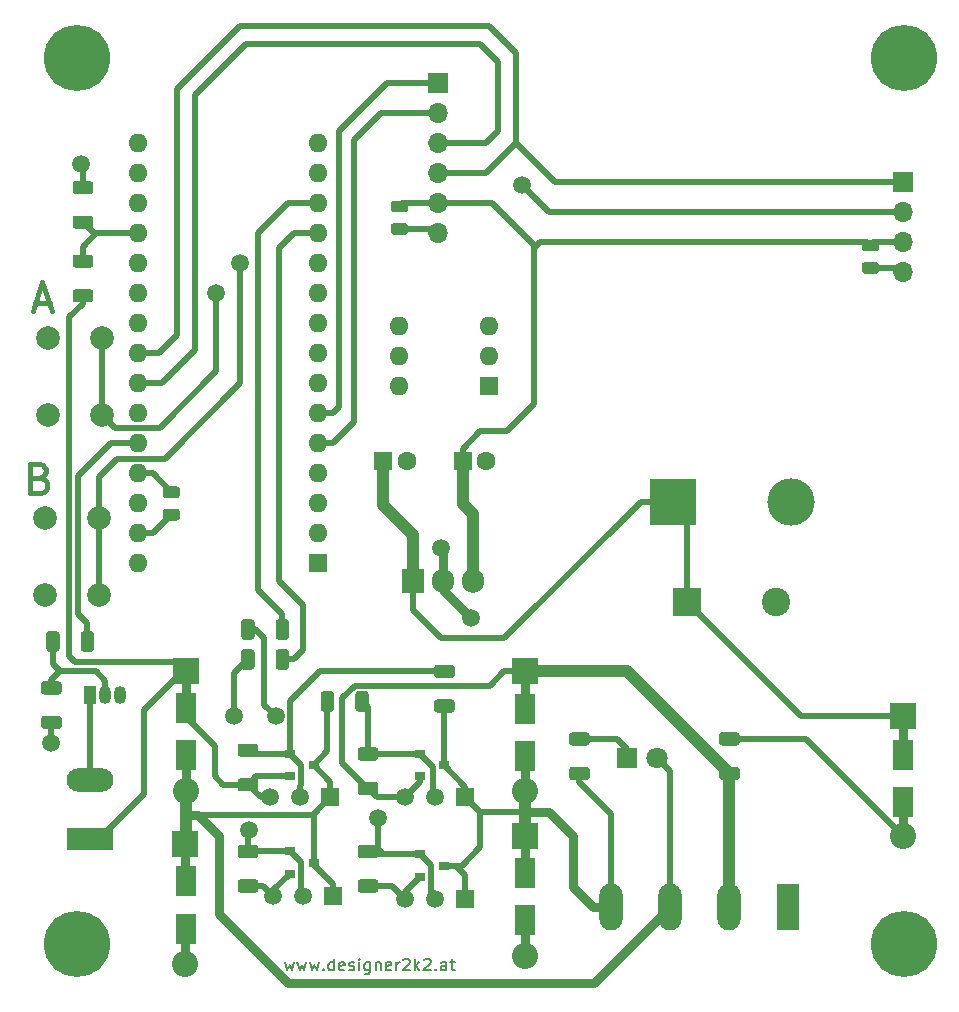
<source format=gbr>
%TF.GenerationSoftware,KiCad,Pcbnew,(5.1.8)-1*%
%TF.CreationDate,2021-07-28T15:43:50+02:00*%
%TF.ProjectId,MotherClock,4d6f7468-6572-4436-9c6f-636b2e6b6963,rev?*%
%TF.SameCoordinates,Original*%
%TF.FileFunction,Copper,L1,Top*%
%TF.FilePolarity,Positive*%
%FSLAX46Y46*%
G04 Gerber Fmt 4.6, Leading zero omitted, Abs format (unit mm)*
G04 Created by KiCad (PCBNEW (5.1.8)-1) date 2021-07-28 15:43:50*
%MOMM*%
%LPD*%
G01*
G04 APERTURE LIST*
%TA.AperFunction,NonConductor*%
%ADD10C,0.400000*%
%TD*%
%TA.AperFunction,NonConductor*%
%ADD11C,0.150000*%
%TD*%
%TA.AperFunction,ComponentPad*%
%ADD12O,3.960000X1.980000*%
%TD*%
%TA.AperFunction,ComponentPad*%
%ADD13R,3.960000X1.980000*%
%TD*%
%TA.AperFunction,ComponentPad*%
%ADD14R,1.050000X1.500000*%
%TD*%
%TA.AperFunction,ComponentPad*%
%ADD15O,1.050000X1.500000*%
%TD*%
%TA.AperFunction,ComponentPad*%
%ADD16R,1.500000X1.500000*%
%TD*%
%TA.AperFunction,ComponentPad*%
%ADD17C,1.500000*%
%TD*%
%TA.AperFunction,ComponentPad*%
%ADD18O,1.700000X1.700000*%
%TD*%
%TA.AperFunction,ComponentPad*%
%ADD19R,1.700000X1.700000*%
%TD*%
%TA.AperFunction,ComponentPad*%
%ADD20C,2.400000*%
%TD*%
%TA.AperFunction,ComponentPad*%
%ADD21R,2.400000X2.400000*%
%TD*%
%TA.AperFunction,ComponentPad*%
%ADD22C,2.000000*%
%TD*%
%TA.AperFunction,ComponentPad*%
%ADD23O,1.600000X1.600000*%
%TD*%
%TA.AperFunction,ComponentPad*%
%ADD24R,1.600000X1.600000*%
%TD*%
%TA.AperFunction,SMDPad,CuDef*%
%ADD25R,1.800000X2.500000*%
%TD*%
%TA.AperFunction,ComponentPad*%
%ADD26C,5.600000*%
%TD*%
%TA.AperFunction,ComponentPad*%
%ADD27O,1.905000X2.000000*%
%TD*%
%TA.AperFunction,ComponentPad*%
%ADD28R,1.905000X2.000000*%
%TD*%
%TA.AperFunction,SMDPad,CuDef*%
%ADD29R,0.900000X0.800000*%
%TD*%
%TA.AperFunction,ComponentPad*%
%ADD30O,1.980000X3.960000*%
%TD*%
%TA.AperFunction,ComponentPad*%
%ADD31R,1.980000X3.960000*%
%TD*%
%TA.AperFunction,ComponentPad*%
%ADD32O,2.200000X2.200000*%
%TD*%
%TA.AperFunction,ComponentPad*%
%ADD33R,2.200000X2.200000*%
%TD*%
%TA.AperFunction,ComponentPad*%
%ADD34C,1.800000*%
%TD*%
%TA.AperFunction,ComponentPad*%
%ADD35R,1.800000X1.800000*%
%TD*%
%TA.AperFunction,ComponentPad*%
%ADD36C,4.000000*%
%TD*%
%TA.AperFunction,ComponentPad*%
%ADD37R,4.000000X4.000000*%
%TD*%
%TA.AperFunction,ComponentPad*%
%ADD38C,1.600000*%
%TD*%
%TA.AperFunction,ViaPad*%
%ADD39C,1.500000*%
%TD*%
%TA.AperFunction,Conductor*%
%ADD40C,0.500000*%
%TD*%
%TA.AperFunction,Conductor*%
%ADD41C,0.750000*%
%TD*%
%TA.AperFunction,Conductor*%
%ADD42C,1.000000*%
%TD*%
G04 APERTURE END LIST*
D10*
X116878571Y-105521428D02*
X117235714Y-105640476D01*
X117354761Y-105759523D01*
X117473809Y-105997619D01*
X117473809Y-106354761D01*
X117354761Y-106592857D01*
X117235714Y-106711904D01*
X116997619Y-106830952D01*
X116045238Y-106830952D01*
X116045238Y-104330952D01*
X116878571Y-104330952D01*
X117116666Y-104450000D01*
X117235714Y-104569047D01*
X117354761Y-104807142D01*
X117354761Y-105045238D01*
X117235714Y-105283333D01*
X117116666Y-105402380D01*
X116878571Y-105521428D01*
X116045238Y-105521428D01*
X116504761Y-90716666D02*
X117695238Y-90716666D01*
X116266666Y-91430952D02*
X117100000Y-88930952D01*
X117933333Y-91430952D01*
D11*
X137633333Y-146560714D02*
X137823809Y-147227380D01*
X138014285Y-146751190D01*
X138204761Y-147227380D01*
X138395238Y-146560714D01*
X138680952Y-146560714D02*
X138871428Y-147227380D01*
X139061904Y-146751190D01*
X139252380Y-147227380D01*
X139442857Y-146560714D01*
X139728571Y-146560714D02*
X139919047Y-147227380D01*
X140109523Y-146751190D01*
X140300000Y-147227380D01*
X140490476Y-146560714D01*
X140871428Y-147132142D02*
X140919047Y-147179761D01*
X140871428Y-147227380D01*
X140823809Y-147179761D01*
X140871428Y-147132142D01*
X140871428Y-147227380D01*
X141776190Y-147227380D02*
X141776190Y-146227380D01*
X141776190Y-147179761D02*
X141680952Y-147227380D01*
X141490476Y-147227380D01*
X141395238Y-147179761D01*
X141347619Y-147132142D01*
X141300000Y-147036904D01*
X141300000Y-146751190D01*
X141347619Y-146655952D01*
X141395238Y-146608333D01*
X141490476Y-146560714D01*
X141680952Y-146560714D01*
X141776190Y-146608333D01*
X142633333Y-147179761D02*
X142538095Y-147227380D01*
X142347619Y-147227380D01*
X142252380Y-147179761D01*
X142204761Y-147084523D01*
X142204761Y-146703571D01*
X142252380Y-146608333D01*
X142347619Y-146560714D01*
X142538095Y-146560714D01*
X142633333Y-146608333D01*
X142680952Y-146703571D01*
X142680952Y-146798809D01*
X142204761Y-146894047D01*
X143061904Y-147179761D02*
X143157142Y-147227380D01*
X143347619Y-147227380D01*
X143442857Y-147179761D01*
X143490476Y-147084523D01*
X143490476Y-147036904D01*
X143442857Y-146941666D01*
X143347619Y-146894047D01*
X143204761Y-146894047D01*
X143109523Y-146846428D01*
X143061904Y-146751190D01*
X143061904Y-146703571D01*
X143109523Y-146608333D01*
X143204761Y-146560714D01*
X143347619Y-146560714D01*
X143442857Y-146608333D01*
X143919047Y-147227380D02*
X143919047Y-146560714D01*
X143919047Y-146227380D02*
X143871428Y-146275000D01*
X143919047Y-146322619D01*
X143966666Y-146275000D01*
X143919047Y-146227380D01*
X143919047Y-146322619D01*
X144823809Y-146560714D02*
X144823809Y-147370238D01*
X144776190Y-147465476D01*
X144728571Y-147513095D01*
X144633333Y-147560714D01*
X144490476Y-147560714D01*
X144395238Y-147513095D01*
X144823809Y-147179761D02*
X144728571Y-147227380D01*
X144538095Y-147227380D01*
X144442857Y-147179761D01*
X144395238Y-147132142D01*
X144347619Y-147036904D01*
X144347619Y-146751190D01*
X144395238Y-146655952D01*
X144442857Y-146608333D01*
X144538095Y-146560714D01*
X144728571Y-146560714D01*
X144823809Y-146608333D01*
X145300000Y-146560714D02*
X145300000Y-147227380D01*
X145300000Y-146655952D02*
X145347619Y-146608333D01*
X145442857Y-146560714D01*
X145585714Y-146560714D01*
X145680952Y-146608333D01*
X145728571Y-146703571D01*
X145728571Y-147227380D01*
X146585714Y-147179761D02*
X146490476Y-147227380D01*
X146300000Y-147227380D01*
X146204761Y-147179761D01*
X146157142Y-147084523D01*
X146157142Y-146703571D01*
X146204761Y-146608333D01*
X146300000Y-146560714D01*
X146490476Y-146560714D01*
X146585714Y-146608333D01*
X146633333Y-146703571D01*
X146633333Y-146798809D01*
X146157142Y-146894047D01*
X147061904Y-147227380D02*
X147061904Y-146560714D01*
X147061904Y-146751190D02*
X147109523Y-146655952D01*
X147157142Y-146608333D01*
X147252380Y-146560714D01*
X147347619Y-146560714D01*
X147633333Y-146322619D02*
X147680952Y-146275000D01*
X147776190Y-146227380D01*
X148014285Y-146227380D01*
X148109523Y-146275000D01*
X148157142Y-146322619D01*
X148204761Y-146417857D01*
X148204761Y-146513095D01*
X148157142Y-146655952D01*
X147585714Y-147227380D01*
X148204761Y-147227380D01*
X148633333Y-147227380D02*
X148633333Y-146227380D01*
X148728571Y-146846428D02*
X149014285Y-147227380D01*
X149014285Y-146560714D02*
X148633333Y-146941666D01*
X149395238Y-146322619D02*
X149442857Y-146275000D01*
X149538095Y-146227380D01*
X149776190Y-146227380D01*
X149871428Y-146275000D01*
X149919047Y-146322619D01*
X149966666Y-146417857D01*
X149966666Y-146513095D01*
X149919047Y-146655952D01*
X149347619Y-147227380D01*
X149966666Y-147227380D01*
X150395238Y-147132142D02*
X150442857Y-147179761D01*
X150395238Y-147227380D01*
X150347619Y-147179761D01*
X150395238Y-147132142D01*
X150395238Y-147227380D01*
X151300000Y-147227380D02*
X151300000Y-146703571D01*
X151252380Y-146608333D01*
X151157142Y-146560714D01*
X150966666Y-146560714D01*
X150871428Y-146608333D01*
X151300000Y-147179761D02*
X151204761Y-147227380D01*
X150966666Y-147227380D01*
X150871428Y-147179761D01*
X150823809Y-147084523D01*
X150823809Y-146989285D01*
X150871428Y-146894047D01*
X150966666Y-146846428D01*
X151204761Y-146846428D01*
X151300000Y-146798809D01*
X151633333Y-146560714D02*
X152014285Y-146560714D01*
X151776190Y-146227380D02*
X151776190Y-147084523D01*
X151823809Y-147179761D01*
X151919047Y-147227380D01*
X152014285Y-147227380D01*
%TO.P,R14,2*%
%TO.N,GND*%
%TA.AperFunction,SMDPad,CuDef*%
G36*
G01*
X117230999Y-125675500D02*
X118481001Y-125675500D01*
G75*
G02*
X118731000Y-125925499I0J-249999D01*
G01*
X118731000Y-126550501D01*
G75*
G02*
X118481001Y-126800500I-249999J0D01*
G01*
X117230999Y-126800500D01*
G75*
G02*
X116981000Y-126550501I0J249999D01*
G01*
X116981000Y-125925499D01*
G75*
G02*
X117230999Y-125675500I249999J0D01*
G01*
G37*
%TD.AperFunction*%
%TO.P,R14,1*%
%TO.N,Net-(Q9-Pad2)*%
%TA.AperFunction,SMDPad,CuDef*%
G36*
G01*
X117230999Y-122750500D02*
X118481001Y-122750500D01*
G75*
G02*
X118731000Y-123000499I0J-249999D01*
G01*
X118731000Y-123625501D01*
G75*
G02*
X118481001Y-123875500I-249999J0D01*
G01*
X117230999Y-123875500D01*
G75*
G02*
X116981000Y-123625501I0J249999D01*
G01*
X116981000Y-123000499D01*
G75*
G02*
X117230999Y-122750500I249999J0D01*
G01*
G37*
%TD.AperFunction*%
%TD*%
D12*
%TO.P,J4,2*%
%TO.N,Net-(J4-Pad2)*%
X121158000Y-131144000D03*
D13*
%TO.P,J4,1*%
%TO.N,+24V*%
X121158000Y-136144000D03*
%TD*%
%TO.P,R13,2*%
%TO.N,Net-(A1-Pad26)*%
%TA.AperFunction,SMDPad,CuDef*%
G36*
G01*
X120341500Y-120005001D02*
X120341500Y-118754999D01*
G75*
G02*
X120591499Y-118505000I249999J0D01*
G01*
X121216501Y-118505000D01*
G75*
G02*
X121466500Y-118754999I0J-249999D01*
G01*
X121466500Y-120005001D01*
G75*
G02*
X121216501Y-120255000I-249999J0D01*
G01*
X120591499Y-120255000D01*
G75*
G02*
X120341500Y-120005001I0J249999D01*
G01*
G37*
%TD.AperFunction*%
%TO.P,R13,1*%
%TO.N,Net-(Q9-Pad2)*%
%TA.AperFunction,SMDPad,CuDef*%
G36*
G01*
X117416500Y-120005001D02*
X117416500Y-118754999D01*
G75*
G02*
X117666499Y-118505000I249999J0D01*
G01*
X118291501Y-118505000D01*
G75*
G02*
X118541500Y-118754999I0J-249999D01*
G01*
X118541500Y-120005001D01*
G75*
G02*
X118291501Y-120255000I-249999J0D01*
G01*
X117666499Y-120255000D01*
G75*
G02*
X117416500Y-120005001I0J249999D01*
G01*
G37*
%TD.AperFunction*%
%TD*%
D14*
%TO.P,Q9,1*%
%TO.N,Net-(J4-Pad2)*%
X121158000Y-123952000D03*
D15*
%TO.P,Q9,3*%
%TO.N,GND*%
X123698000Y-123952000D03*
%TO.P,Q9,2*%
%TO.N,Net-(Q9-Pad2)*%
X122428000Y-123952000D03*
%TD*%
D16*
%TO.P,Q7,1*%
%TO.N,Net-(D10-Pad1)*%
X141478000Y-132588000D03*
D17*
%TO.P,Q7,3*%
%TO.N,+24V*%
X136398000Y-132588000D03*
%TO.P,Q7,2*%
%TO.N,Net-(Q3-Pad1)*%
X138938000Y-132588000D03*
%TD*%
D16*
%TO.P,Q5,1*%
%TO.N,Net-(D1-Pad2)*%
X152908000Y-132588000D03*
D17*
%TO.P,Q5,3*%
%TO.N,+24V*%
X147828000Y-132588000D03*
%TO.P,Q5,2*%
%TO.N,Net-(Q1-Pad1)*%
X150368000Y-132588000D03*
%TD*%
D16*
%TO.P,Q8,1*%
%TO.N,Net-(D10-Pad1)*%
X141732000Y-140970000D03*
D17*
%TO.P,Q8,3*%
%TO.N,GND*%
X136652000Y-140970000D03*
%TO.P,Q8,2*%
%TO.N,Net-(Q4-Pad1)*%
X139192000Y-140970000D03*
%TD*%
D16*
%TO.P,Q6,1*%
%TO.N,Net-(D1-Pad2)*%
X152908000Y-141224000D03*
D17*
%TO.P,Q6,3*%
%TO.N,GND*%
X147828000Y-141224000D03*
%TO.P,Q6,2*%
%TO.N,Net-(Q2-Pad1)*%
X150368000Y-141224000D03*
%TD*%
%TO.P,C7,2*%
%TO.N,GND*%
%TA.AperFunction,SMDPad,CuDef*%
G36*
G01*
X186723000Y-87252000D02*
X187673000Y-87252000D01*
G75*
G02*
X187923000Y-87502000I0J-250000D01*
G01*
X187923000Y-88002000D01*
G75*
G02*
X187673000Y-88252000I-250000J0D01*
G01*
X186723000Y-88252000D01*
G75*
G02*
X186473000Y-88002000I0J250000D01*
G01*
X186473000Y-87502000D01*
G75*
G02*
X186723000Y-87252000I250000J0D01*
G01*
G37*
%TD.AperFunction*%
%TO.P,C7,1*%
%TO.N,+5V*%
%TA.AperFunction,SMDPad,CuDef*%
G36*
G01*
X186723000Y-85352000D02*
X187673000Y-85352000D01*
G75*
G02*
X187923000Y-85602000I0J-250000D01*
G01*
X187923000Y-86102000D01*
G75*
G02*
X187673000Y-86352000I-250000J0D01*
G01*
X186723000Y-86352000D01*
G75*
G02*
X186473000Y-86102000I0J250000D01*
G01*
X186473000Y-85602000D01*
G75*
G02*
X186723000Y-85352000I250000J0D01*
G01*
G37*
%TD.AperFunction*%
%TD*%
%TO.P,C6,2*%
%TO.N,GND*%
%TA.AperFunction,SMDPad,CuDef*%
G36*
G01*
X146845000Y-83950000D02*
X147795000Y-83950000D01*
G75*
G02*
X148045000Y-84200000I0J-250000D01*
G01*
X148045000Y-84700000D01*
G75*
G02*
X147795000Y-84950000I-250000J0D01*
G01*
X146845000Y-84950000D01*
G75*
G02*
X146595000Y-84700000I0J250000D01*
G01*
X146595000Y-84200000D01*
G75*
G02*
X146845000Y-83950000I250000J0D01*
G01*
G37*
%TD.AperFunction*%
%TO.P,C6,1*%
%TO.N,+5V*%
%TA.AperFunction,SMDPad,CuDef*%
G36*
G01*
X146845000Y-82050000D02*
X147795000Y-82050000D01*
G75*
G02*
X148045000Y-82300000I0J-250000D01*
G01*
X148045000Y-82800000D01*
G75*
G02*
X147795000Y-83050000I-250000J0D01*
G01*
X146845000Y-83050000D01*
G75*
G02*
X146595000Y-82800000I0J250000D01*
G01*
X146595000Y-82300000D01*
G75*
G02*
X146845000Y-82050000I250000J0D01*
G01*
G37*
%TD.AperFunction*%
%TD*%
%TO.P,C5,2*%
%TO.N,GND*%
%TA.AperFunction,SMDPad,CuDef*%
G36*
G01*
X127541000Y-108146000D02*
X128491000Y-108146000D01*
G75*
G02*
X128741000Y-108396000I0J-250000D01*
G01*
X128741000Y-108896000D01*
G75*
G02*
X128491000Y-109146000I-250000J0D01*
G01*
X127541000Y-109146000D01*
G75*
G02*
X127291000Y-108896000I0J250000D01*
G01*
X127291000Y-108396000D01*
G75*
G02*
X127541000Y-108146000I250000J0D01*
G01*
G37*
%TD.AperFunction*%
%TO.P,C5,1*%
%TO.N,+5V*%
%TA.AperFunction,SMDPad,CuDef*%
G36*
G01*
X127541000Y-106246000D02*
X128491000Y-106246000D01*
G75*
G02*
X128741000Y-106496000I0J-250000D01*
G01*
X128741000Y-106996000D01*
G75*
G02*
X128491000Y-107246000I-250000J0D01*
G01*
X127541000Y-107246000D01*
G75*
G02*
X127291000Y-106996000I0J250000D01*
G01*
X127291000Y-106496000D01*
G75*
G02*
X127541000Y-106246000I250000J0D01*
G01*
G37*
%TD.AperFunction*%
%TD*%
D18*
%TO.P,J3,4*%
%TO.N,GND*%
X189992000Y-88138000D03*
%TO.P,J3,3*%
%TO.N,+5V*%
X189992000Y-85598000D03*
%TO.P,J3,2*%
%TO.N,Net-(A1-Pad24)*%
X189992000Y-83058000D03*
D19*
%TO.P,J3,1*%
%TO.N,Net-(A1-Pad23)*%
X189992000Y-80518000D03*
%TD*%
D20*
%TO.P,C4,2*%
%TO.N,GND*%
X179204000Y-116078000D03*
D21*
%TO.P,C4,1*%
%TO.N,Net-(C1-Pad1)*%
X171704000Y-116078000D03*
%TD*%
D22*
%TO.P,SW3,1*%
%TO.N,GND*%
X117348000Y-108966000D03*
%TO.P,SW3,2*%
%TO.N,Net-(A1-Pad11)*%
X121848000Y-108966000D03*
%TO.P,SW3,1*%
%TO.N,GND*%
X117348000Y-115466000D03*
%TO.P,SW3,2*%
%TO.N,Net-(A1-Pad11)*%
X121848000Y-115466000D03*
%TD*%
%TO.P,SW2,1*%
%TO.N,GND*%
X117602000Y-93726000D03*
%TO.P,SW2,2*%
%TO.N,Net-(A1-Pad10)*%
X122102000Y-93726000D03*
%TO.P,SW2,1*%
%TO.N,GND*%
X117602000Y-100226000D03*
%TO.P,SW2,2*%
%TO.N,Net-(A1-Pad10)*%
X122102000Y-100226000D03*
%TD*%
D23*
%TO.P,SW1,6*%
%TO.N,Net-(A1-Pad7)*%
X147320000Y-97790000D03*
%TO.P,SW1,3*%
%TO.N,GND*%
X154940000Y-92710000D03*
%TO.P,SW1,5*%
%TO.N,Net-(A1-Pad8)*%
X147320000Y-95250000D03*
%TO.P,SW1,2*%
%TO.N,GND*%
X154940000Y-95250000D03*
%TO.P,SW1,4*%
%TO.N,Net-(A1-Pad9)*%
X147320000Y-92710000D03*
D24*
%TO.P,SW1,1*%
%TO.N,GND*%
X154940000Y-97790000D03*
%TD*%
D25*
%TO.P,D11,2*%
%TO.N,Net-(D11-Pad2)*%
X189992000Y-132969000D03*
%TO.P,D11,1*%
%TO.N,Net-(C1-Pad1)*%
X189992000Y-128969000D03*
%TD*%
%TO.P,D10,2*%
%TO.N,GND*%
X129286000Y-143700000D03*
%TO.P,D10,1*%
%TO.N,Net-(D10-Pad1)*%
X129286000Y-139700000D03*
%TD*%
%TO.P,D9,2*%
%TO.N,Net-(D10-Pad1)*%
X129286000Y-129032000D03*
%TO.P,D9,1*%
%TO.N,+24V*%
X129286000Y-125032000D03*
%TD*%
%TO.P,D8,2*%
%TO.N,GND*%
X157988000Y-142970000D03*
%TO.P,D8,1*%
%TO.N,Net-(D1-Pad2)*%
X157988000Y-138970000D03*
%TD*%
%TO.P,D7,2*%
%TO.N,Net-(D1-Pad2)*%
X157988000Y-129095000D03*
%TO.P,D7,1*%
%TO.N,+24V*%
X157988000Y-125095000D03*
%TD*%
D26*
%TO.P,REF\u002A\u002A,1*%
%TO.N,N/C*%
X190000000Y-70000000D03*
%TD*%
%TO.P,REF\u002A\u002A,1*%
%TO.N,N/C*%
X120000000Y-70000000D03*
%TD*%
%TO.P,REF\u002A\u002A,1*%
%TO.N,N/C*%
X120000000Y-145000000D03*
%TD*%
%TO.P,REF\u002A\u002A,1*%
%TO.N,N/C*%
X190000000Y-145000000D03*
%TD*%
D27*
%TO.P,U1,3*%
%TO.N,+5V*%
X153543000Y-114300000D03*
%TO.P,U1,2*%
%TO.N,GND*%
X151003000Y-114300000D03*
D28*
%TO.P,U1,1*%
%TO.N,Net-(C1-Pad1)*%
X148463000Y-114300000D03*
%TD*%
%TO.P,R12,2*%
%TO.N,GND*%
%TA.AperFunction,SMDPad,CuDef*%
G36*
G01*
X121148002Y-81523000D02*
X119897998Y-81523000D01*
G75*
G02*
X119648000Y-81273002I0J249998D01*
G01*
X119648000Y-80647998D01*
G75*
G02*
X119897998Y-80398000I249998J0D01*
G01*
X121148002Y-80398000D01*
G75*
G02*
X121398000Y-80647998I0J-249998D01*
G01*
X121398000Y-81273002D01*
G75*
G02*
X121148002Y-81523000I-249998J0D01*
G01*
G37*
%TD.AperFunction*%
%TO.P,R12,1*%
%TO.N,Net-(A1-Pad19)*%
%TA.AperFunction,SMDPad,CuDef*%
G36*
G01*
X121148002Y-84448000D02*
X119897998Y-84448000D01*
G75*
G02*
X119648000Y-84198002I0J249998D01*
G01*
X119648000Y-83572998D01*
G75*
G02*
X119897998Y-83323000I249998J0D01*
G01*
X121148002Y-83323000D01*
G75*
G02*
X121398000Y-83572998I0J-249998D01*
G01*
X121398000Y-84198002D01*
G75*
G02*
X121148002Y-84448000I-249998J0D01*
G01*
G37*
%TD.AperFunction*%
%TD*%
%TO.P,R11,2*%
%TO.N,Net-(A1-Pad19)*%
%TA.AperFunction,SMDPad,CuDef*%
G36*
G01*
X121148002Y-87746000D02*
X119897998Y-87746000D01*
G75*
G02*
X119648000Y-87496002I0J249998D01*
G01*
X119648000Y-86870998D01*
G75*
G02*
X119897998Y-86621000I249998J0D01*
G01*
X121148002Y-86621000D01*
G75*
G02*
X121398000Y-86870998I0J-249998D01*
G01*
X121398000Y-87496002D01*
G75*
G02*
X121148002Y-87746000I-249998J0D01*
G01*
G37*
%TD.AperFunction*%
%TO.P,R11,1*%
%TO.N,+24V*%
%TA.AperFunction,SMDPad,CuDef*%
G36*
G01*
X121148002Y-90671000D02*
X119897998Y-90671000D01*
G75*
G02*
X119648000Y-90421002I0J249998D01*
G01*
X119648000Y-89795998D01*
G75*
G02*
X119897998Y-89546000I249998J0D01*
G01*
X121148002Y-89546000D01*
G75*
G02*
X121398000Y-89795998I0J-249998D01*
G01*
X121398000Y-90421002D01*
G75*
G02*
X121148002Y-90671000I-249998J0D01*
G01*
G37*
%TD.AperFunction*%
%TD*%
%TO.P,R10,2*%
%TO.N,Net-(D5-Pad1)*%
%TA.AperFunction,SMDPad,CuDef*%
G36*
G01*
X163185002Y-128197500D02*
X161934998Y-128197500D01*
G75*
G02*
X161685000Y-127947502I0J249998D01*
G01*
X161685000Y-127322498D01*
G75*
G02*
X161934998Y-127072500I249998J0D01*
G01*
X163185002Y-127072500D01*
G75*
G02*
X163435000Y-127322498I0J-249998D01*
G01*
X163435000Y-127947502D01*
G75*
G02*
X163185002Y-128197500I-249998J0D01*
G01*
G37*
%TD.AperFunction*%
%TO.P,R10,1*%
%TO.N,Net-(D1-Pad2)*%
%TA.AperFunction,SMDPad,CuDef*%
G36*
G01*
X163185002Y-131122500D02*
X161934998Y-131122500D01*
G75*
G02*
X161685000Y-130872502I0J249998D01*
G01*
X161685000Y-130247498D01*
G75*
G02*
X161934998Y-129997500I249998J0D01*
G01*
X163185002Y-129997500D01*
G75*
G02*
X163435000Y-130247498I0J-249998D01*
G01*
X163435000Y-130872502D01*
G75*
G02*
X163185002Y-131122500I-249998J0D01*
G01*
G37*
%TD.AperFunction*%
%TD*%
%TO.P,R9,2*%
%TO.N,GND*%
%TA.AperFunction,SMDPad,CuDef*%
G36*
G01*
X133867998Y-139522500D02*
X135118002Y-139522500D01*
G75*
G02*
X135368000Y-139772498I0J-249998D01*
G01*
X135368000Y-140397502D01*
G75*
G02*
X135118002Y-140647500I-249998J0D01*
G01*
X133867998Y-140647500D01*
G75*
G02*
X133618000Y-140397502I0J249998D01*
G01*
X133618000Y-139772498D01*
G75*
G02*
X133867998Y-139522500I249998J0D01*
G01*
G37*
%TD.AperFunction*%
%TO.P,R9,1*%
%TO.N,Net-(Q4-Pad1)*%
%TA.AperFunction,SMDPad,CuDef*%
G36*
G01*
X133867998Y-136597500D02*
X135118002Y-136597500D01*
G75*
G02*
X135368000Y-136847498I0J-249998D01*
G01*
X135368000Y-137472502D01*
G75*
G02*
X135118002Y-137722500I-249998J0D01*
G01*
X133867998Y-137722500D01*
G75*
G02*
X133618000Y-137472502I0J249998D01*
G01*
X133618000Y-136847498D01*
G75*
G02*
X133867998Y-136597500I249998J0D01*
G01*
G37*
%TD.AperFunction*%
%TD*%
%TO.P,R8,2*%
%TO.N,+24V*%
%TA.AperFunction,SMDPad,CuDef*%
G36*
G01*
X174634998Y-129993500D02*
X175885002Y-129993500D01*
G75*
G02*
X176135000Y-130243498I0J-249998D01*
G01*
X176135000Y-130868502D01*
G75*
G02*
X175885002Y-131118500I-249998J0D01*
G01*
X174634998Y-131118500D01*
G75*
G02*
X174385000Y-130868502I0J249998D01*
G01*
X174385000Y-130243498D01*
G75*
G02*
X174634998Y-129993500I249998J0D01*
G01*
G37*
%TD.AperFunction*%
%TO.P,R8,1*%
%TO.N,Net-(D11-Pad2)*%
%TA.AperFunction,SMDPad,CuDef*%
G36*
G01*
X174634998Y-127068500D02*
X175885002Y-127068500D01*
G75*
G02*
X176135000Y-127318498I0J-249998D01*
G01*
X176135000Y-127943502D01*
G75*
G02*
X175885002Y-128193500I-249998J0D01*
G01*
X174634998Y-128193500D01*
G75*
G02*
X174385000Y-127943502I0J249998D01*
G01*
X174385000Y-127318498D01*
G75*
G02*
X174634998Y-127068500I249998J0D01*
G01*
G37*
%TD.AperFunction*%
%TD*%
%TO.P,R7,2*%
%TO.N,Net-(D1-Pad2)*%
%TA.AperFunction,SMDPad,CuDef*%
G36*
G01*
X150504998Y-124282500D02*
X151755002Y-124282500D01*
G75*
G02*
X152005000Y-124532498I0J-249998D01*
G01*
X152005000Y-125157502D01*
G75*
G02*
X151755002Y-125407500I-249998J0D01*
G01*
X150504998Y-125407500D01*
G75*
G02*
X150255000Y-125157502I0J249998D01*
G01*
X150255000Y-124532498D01*
G75*
G02*
X150504998Y-124282500I249998J0D01*
G01*
G37*
%TD.AperFunction*%
%TO.P,R7,1*%
%TO.N,Net-(Q3-Pad1)*%
%TA.AperFunction,SMDPad,CuDef*%
G36*
G01*
X150504998Y-121357500D02*
X151755002Y-121357500D01*
G75*
G02*
X152005000Y-121607498I0J-249998D01*
G01*
X152005000Y-122232502D01*
G75*
G02*
X151755002Y-122482500I-249998J0D01*
G01*
X150504998Y-122482500D01*
G75*
G02*
X150255000Y-122232502I0J249998D01*
G01*
X150255000Y-121607498D01*
G75*
G02*
X150504998Y-121357500I249998J0D01*
G01*
G37*
%TD.AperFunction*%
%TD*%
%TO.P,R6,2*%
%TO.N,Net-(Q3-Pad1)*%
%TA.AperFunction,SMDPad,CuDef*%
G36*
G01*
X135118002Y-129148000D02*
X133867998Y-129148000D01*
G75*
G02*
X133618000Y-128898002I0J249998D01*
G01*
X133618000Y-128272998D01*
G75*
G02*
X133867998Y-128023000I249998J0D01*
G01*
X135118002Y-128023000D01*
G75*
G02*
X135368000Y-128272998I0J-249998D01*
G01*
X135368000Y-128898002D01*
G75*
G02*
X135118002Y-129148000I-249998J0D01*
G01*
G37*
%TD.AperFunction*%
%TO.P,R6,1*%
%TO.N,+24V*%
%TA.AperFunction,SMDPad,CuDef*%
G36*
G01*
X135118002Y-132073000D02*
X133867998Y-132073000D01*
G75*
G02*
X133618000Y-131823002I0J249998D01*
G01*
X133618000Y-131197998D01*
G75*
G02*
X133867998Y-130948000I249998J0D01*
G01*
X135118002Y-130948000D01*
G75*
G02*
X135368000Y-131197998I0J-249998D01*
G01*
X135368000Y-131823002D01*
G75*
G02*
X135118002Y-132073000I-249998J0D01*
G01*
G37*
%TD.AperFunction*%
%TD*%
%TO.P,R5,2*%
%TO.N,Net-(A1-Pad12)*%
%TA.AperFunction,SMDPad,CuDef*%
G36*
G01*
X136851500Y-121529002D02*
X136851500Y-120278998D01*
G75*
G02*
X137101498Y-120029000I249998J0D01*
G01*
X137726502Y-120029000D01*
G75*
G02*
X137976500Y-120278998I0J-249998D01*
G01*
X137976500Y-121529002D01*
G75*
G02*
X137726502Y-121779000I-249998J0D01*
G01*
X137101498Y-121779000D01*
G75*
G02*
X136851500Y-121529002I0J249998D01*
G01*
G37*
%TD.AperFunction*%
%TO.P,R5,1*%
%TO.N,Net-(Q4-Pad1)*%
%TA.AperFunction,SMDPad,CuDef*%
G36*
G01*
X133926500Y-121529002D02*
X133926500Y-120278998D01*
G75*
G02*
X134176498Y-120029000I249998J0D01*
G01*
X134801502Y-120029000D01*
G75*
G02*
X135051500Y-120278998I0J-249998D01*
G01*
X135051500Y-121529002D01*
G75*
G02*
X134801502Y-121779000I-249998J0D01*
G01*
X134176498Y-121779000D01*
G75*
G02*
X133926500Y-121529002I0J249998D01*
G01*
G37*
%TD.AperFunction*%
%TD*%
%TO.P,R4,2*%
%TO.N,Net-(A1-Pad13)*%
%TA.AperFunction,SMDPad,CuDef*%
G36*
G01*
X136851500Y-118989002D02*
X136851500Y-117738998D01*
G75*
G02*
X137101498Y-117489000I249998J0D01*
G01*
X137726502Y-117489000D01*
G75*
G02*
X137976500Y-117738998I0J-249998D01*
G01*
X137976500Y-118989002D01*
G75*
G02*
X137726502Y-119239000I-249998J0D01*
G01*
X137101498Y-119239000D01*
G75*
G02*
X136851500Y-118989002I0J249998D01*
G01*
G37*
%TD.AperFunction*%
%TO.P,R4,1*%
%TO.N,Net-(Q2-Pad1)*%
%TA.AperFunction,SMDPad,CuDef*%
G36*
G01*
X133926500Y-118989002D02*
X133926500Y-117738998D01*
G75*
G02*
X134176498Y-117489000I249998J0D01*
G01*
X134801502Y-117489000D01*
G75*
G02*
X135051500Y-117738998I0J-249998D01*
G01*
X135051500Y-118989002D01*
G75*
G02*
X134801502Y-119239000I-249998J0D01*
G01*
X134176498Y-119239000D01*
G75*
G02*
X133926500Y-118989002I0J249998D01*
G01*
G37*
%TD.AperFunction*%
%TD*%
%TO.P,R3,2*%
%TO.N,Net-(D10-Pad1)*%
%TA.AperFunction,SMDPad,CuDef*%
G36*
G01*
X141786500Y-123834998D02*
X141786500Y-125085002D01*
G75*
G02*
X141536502Y-125335000I-249998J0D01*
G01*
X140911498Y-125335000D01*
G75*
G02*
X140661500Y-125085002I0J249998D01*
G01*
X140661500Y-123834998D01*
G75*
G02*
X140911498Y-123585000I249998J0D01*
G01*
X141536502Y-123585000D01*
G75*
G02*
X141786500Y-123834998I0J-249998D01*
G01*
G37*
%TD.AperFunction*%
%TO.P,R3,1*%
%TO.N,Net-(Q1-Pad1)*%
%TA.AperFunction,SMDPad,CuDef*%
G36*
G01*
X144711500Y-123834998D02*
X144711500Y-125085002D01*
G75*
G02*
X144461502Y-125335000I-249998J0D01*
G01*
X143836498Y-125335000D01*
G75*
G02*
X143586500Y-125085002I0J249998D01*
G01*
X143586500Y-123834998D01*
G75*
G02*
X143836498Y-123585000I249998J0D01*
G01*
X144461502Y-123585000D01*
G75*
G02*
X144711500Y-123834998I0J-249998D01*
G01*
G37*
%TD.AperFunction*%
%TD*%
%TO.P,R2,2*%
%TO.N,Net-(Q1-Pad1)*%
%TA.AperFunction,SMDPad,CuDef*%
G36*
G01*
X145278002Y-129467500D02*
X144027998Y-129467500D01*
G75*
G02*
X143778000Y-129217502I0J249998D01*
G01*
X143778000Y-128592498D01*
G75*
G02*
X144027998Y-128342500I249998J0D01*
G01*
X145278002Y-128342500D01*
G75*
G02*
X145528000Y-128592498I0J-249998D01*
G01*
X145528000Y-129217502D01*
G75*
G02*
X145278002Y-129467500I-249998J0D01*
G01*
G37*
%TD.AperFunction*%
%TO.P,R2,1*%
%TO.N,+24V*%
%TA.AperFunction,SMDPad,CuDef*%
G36*
G01*
X145278002Y-132392500D02*
X144027998Y-132392500D01*
G75*
G02*
X143778000Y-132142502I0J249998D01*
G01*
X143778000Y-131517498D01*
G75*
G02*
X144027998Y-131267500I249998J0D01*
G01*
X145278002Y-131267500D01*
G75*
G02*
X145528000Y-131517498I0J-249998D01*
G01*
X145528000Y-132142502D01*
G75*
G02*
X145278002Y-132392500I-249998J0D01*
G01*
G37*
%TD.AperFunction*%
%TD*%
%TO.P,R1,2*%
%TO.N,GND*%
%TA.AperFunction,SMDPad,CuDef*%
G36*
G01*
X144027998Y-139522500D02*
X145278002Y-139522500D01*
G75*
G02*
X145528000Y-139772498I0J-249998D01*
G01*
X145528000Y-140397502D01*
G75*
G02*
X145278002Y-140647500I-249998J0D01*
G01*
X144027998Y-140647500D01*
G75*
G02*
X143778000Y-140397502I0J249998D01*
G01*
X143778000Y-139772498D01*
G75*
G02*
X144027998Y-139522500I249998J0D01*
G01*
G37*
%TD.AperFunction*%
%TO.P,R1,1*%
%TO.N,Net-(Q2-Pad1)*%
%TA.AperFunction,SMDPad,CuDef*%
G36*
G01*
X144027998Y-136597500D02*
X145278002Y-136597500D01*
G75*
G02*
X145528000Y-136847498I0J-249998D01*
G01*
X145528000Y-137472502D01*
G75*
G02*
X145278002Y-137722500I-249998J0D01*
G01*
X144027998Y-137722500D01*
G75*
G02*
X143778000Y-137472502I0J249998D01*
G01*
X143778000Y-136847498D01*
G75*
G02*
X144027998Y-136597500I249998J0D01*
G01*
G37*
%TD.AperFunction*%
%TD*%
D29*
%TO.P,Q4,3*%
%TO.N,Net-(D10-Pad1)*%
X140049000Y-138110000D03*
%TO.P,Q4,2*%
%TO.N,GND*%
X138049000Y-139060000D03*
%TO.P,Q4,1*%
%TO.N,Net-(Q4-Pad1)*%
X138049000Y-137160000D03*
%TD*%
%TO.P,Q3,3*%
%TO.N,Net-(D10-Pad1)*%
X140049000Y-129855000D03*
%TO.P,Q3,2*%
%TO.N,+24V*%
X138049000Y-130805000D03*
%TO.P,Q3,1*%
%TO.N,Net-(Q3-Pad1)*%
X138049000Y-128905000D03*
%TD*%
%TO.P,Q2,3*%
%TO.N,Net-(D1-Pad2)*%
X151098000Y-138364000D03*
%TO.P,Q2,2*%
%TO.N,GND*%
X149098000Y-139314000D03*
%TO.P,Q2,1*%
%TO.N,Net-(Q2-Pad1)*%
X149098000Y-137414000D03*
%TD*%
%TO.P,Q1,3*%
%TO.N,Net-(D1-Pad2)*%
X151098000Y-129860000D03*
%TO.P,Q1,2*%
%TO.N,+24V*%
X149098000Y-130810000D03*
%TO.P,Q1,1*%
%TO.N,Net-(Q1-Pad1)*%
X149098000Y-128910000D03*
%TD*%
D18*
%TO.P,J2,6*%
%TO.N,GND*%
X150622000Y-84836000D03*
%TO.P,J2,5*%
%TO.N,+5V*%
X150622000Y-82296000D03*
%TO.P,J2,4*%
%TO.N,Net-(A1-Pad23)*%
X150622000Y-79756000D03*
%TO.P,J2,3*%
%TO.N,Net-(A1-Pad24)*%
X150622000Y-77216000D03*
%TO.P,J2,2*%
%TO.N,Net-(A1-Pad5)*%
X150622000Y-74676000D03*
D19*
%TO.P,J2,1*%
%TO.N,Net-(A1-Pad6)*%
X150622000Y-72136000D03*
%TD*%
D30*
%TO.P,J1,3*%
%TO.N,Net-(D10-Pad1)*%
X170260000Y-141859000D03*
%TO.P,J1,4*%
%TO.N,Net-(D1-Pad2)*%
X165260000Y-141859000D03*
%TO.P,J1,2*%
%TO.N,+24V*%
X175260000Y-141859000D03*
D31*
%TO.P,J1,1*%
%TO.N,GND*%
X180260000Y-141859000D03*
%TD*%
D32*
%TO.P,D6,2*%
%TO.N,Net-(D11-Pad2)*%
X189992000Y-135890000D03*
D33*
%TO.P,D6,1*%
%TO.N,Net-(C1-Pad1)*%
X189992000Y-125730000D03*
%TD*%
D34*
%TO.P,D5,2*%
%TO.N,Net-(D10-Pad1)*%
X169164000Y-129286000D03*
D35*
%TO.P,D5,1*%
%TO.N,Net-(D5-Pad1)*%
X166624000Y-129286000D03*
%TD*%
D32*
%TO.P,D4,2*%
%TO.N,GND*%
X129159000Y-146685000D03*
D33*
%TO.P,D4,1*%
%TO.N,Net-(D10-Pad1)*%
X129159000Y-136525000D03*
%TD*%
D32*
%TO.P,D3,2*%
%TO.N,Net-(D10-Pad1)*%
X129286000Y-132080000D03*
D33*
%TO.P,D3,1*%
%TO.N,+24V*%
X129286000Y-121920000D03*
%TD*%
D32*
%TO.P,D2,2*%
%TO.N,GND*%
X157988000Y-146050000D03*
D33*
%TO.P,D2,1*%
%TO.N,Net-(D1-Pad2)*%
X157988000Y-135890000D03*
%TD*%
D32*
%TO.P,D1,2*%
%TO.N,Net-(D1-Pad2)*%
X157988000Y-132080000D03*
D33*
%TO.P,D1,1*%
%TO.N,+24V*%
X157988000Y-121920000D03*
%TD*%
D36*
%TO.P,C3,2*%
%TO.N,GND*%
X180467000Y-107569000D03*
D37*
%TO.P,C3,1*%
%TO.N,Net-(C1-Pad1)*%
X170467000Y-107569000D03*
%TD*%
D38*
%TO.P,C2,2*%
%TO.N,GND*%
X154686000Y-104140000D03*
D24*
%TO.P,C2,1*%
%TO.N,+5V*%
X152686000Y-104140000D03*
%TD*%
D38*
%TO.P,C1,2*%
%TO.N,GND*%
X147923000Y-104140000D03*
D24*
%TO.P,C1,1*%
%TO.N,Net-(C1-Pad1)*%
X145923000Y-104140000D03*
%TD*%
D23*
%TO.P,A1,16*%
%TO.N,Net-(A1-Pad16)*%
X125222000Y-77216000D03*
%TO.P,A1,15*%
%TO.N,Net-(A1-Pad15)*%
X140462000Y-77216000D03*
%TO.P,A1,30*%
%TO.N,Net-(A1-Pad30)*%
X125222000Y-112776000D03*
%TO.P,A1,14*%
%TO.N,Net-(A1-Pad14)*%
X140462000Y-79756000D03*
%TO.P,A1,29*%
%TO.N,GND*%
X125222000Y-110236000D03*
%TO.P,A1,13*%
%TO.N,Net-(A1-Pad13)*%
X140462000Y-82296000D03*
%TO.P,A1,28*%
%TO.N,Net-(A1-Pad28)*%
X125222000Y-107696000D03*
%TO.P,A1,12*%
%TO.N,Net-(A1-Pad12)*%
X140462000Y-84836000D03*
%TO.P,A1,27*%
%TO.N,+5V*%
X125222000Y-105156000D03*
%TO.P,A1,11*%
%TO.N,Net-(A1-Pad11)*%
X140462000Y-87376000D03*
%TO.P,A1,26*%
%TO.N,Net-(A1-Pad26)*%
X125222000Y-102616000D03*
%TO.P,A1,10*%
%TO.N,Net-(A1-Pad10)*%
X140462000Y-89916000D03*
%TO.P,A1,25*%
%TO.N,Net-(A1-Pad25)*%
X125222000Y-100076000D03*
%TO.P,A1,9*%
%TO.N,Net-(A1-Pad9)*%
X140462000Y-92456000D03*
%TO.P,A1,24*%
%TO.N,Net-(A1-Pad24)*%
X125222000Y-97536000D03*
%TO.P,A1,8*%
%TO.N,Net-(A1-Pad8)*%
X140462000Y-94996000D03*
%TO.P,A1,23*%
%TO.N,Net-(A1-Pad23)*%
X125222000Y-94996000D03*
%TO.P,A1,7*%
%TO.N,Net-(A1-Pad7)*%
X140462000Y-97536000D03*
%TO.P,A1,22*%
%TO.N,Net-(A1-Pad22)*%
X125222000Y-92456000D03*
%TO.P,A1,6*%
%TO.N,Net-(A1-Pad6)*%
X140462000Y-100076000D03*
%TO.P,A1,21*%
%TO.N,Net-(A1-Pad21)*%
X125222000Y-89916000D03*
%TO.P,A1,5*%
%TO.N,Net-(A1-Pad5)*%
X140462000Y-102616000D03*
%TO.P,A1,20*%
%TO.N,Net-(A1-Pad20)*%
X125222000Y-87376000D03*
%TO.P,A1,4*%
%TO.N,GND*%
X140462000Y-105156000D03*
%TO.P,A1,19*%
%TO.N,Net-(A1-Pad19)*%
X125222000Y-84836000D03*
%TO.P,A1,3*%
%TO.N,Net-(A1-Pad3)*%
X140462000Y-107696000D03*
%TO.P,A1,18*%
%TO.N,Net-(A1-Pad18)*%
X125222000Y-82296000D03*
%TO.P,A1,2*%
%TO.N,Net-(A1-Pad2)*%
X140462000Y-110236000D03*
%TO.P,A1,17*%
%TO.N,Net-(A1-Pad17)*%
X125222000Y-79756000D03*
D24*
%TO.P,A1,1*%
%TO.N,Net-(A1-Pad1)*%
X140462000Y-112776000D03*
%TD*%
D39*
%TO.N,GND*%
X120396000Y-78994000D03*
X150876000Y-111506000D03*
X153416000Y-117418000D03*
X117856000Y-128016000D03*
%TO.N,Net-(A1-Pad11)*%
X133858000Y-87376000D03*
%TO.N,Net-(A1-Pad10)*%
X131826000Y-89916000D03*
%TO.N,Net-(A1-Pad24)*%
X157734000Y-80772000D03*
%TO.N,Net-(Q2-Pad1)*%
X145542000Y-134366000D03*
X136849000Y-125730000D03*
%TO.N,Net-(Q4-Pad1)*%
X134620000Y-135382000D03*
X133350000Y-125730000D03*
%TD*%
D40*
%TO.N,GND*%
X120523000Y-79121000D02*
X120396000Y-78994000D01*
X120523000Y-80960500D02*
X120523000Y-79121000D01*
X137922000Y-139187000D02*
X138049000Y-139060000D01*
D41*
X157988000Y-146050000D02*
X157988000Y-142970000D01*
D40*
X150236000Y-84450000D02*
X150622000Y-84836000D01*
X147320000Y-84450000D02*
X150236000Y-84450000D01*
X189606000Y-87752000D02*
X189992000Y-88138000D01*
X187198000Y-87752000D02*
X189606000Y-87752000D01*
X151003000Y-111633000D02*
X150876000Y-111506000D01*
D41*
X151003000Y-114300000D02*
X151003000Y-111633000D01*
X151003000Y-114300000D02*
X151003000Y-115005000D01*
X151003000Y-115005000D02*
X153416000Y-117418000D01*
D40*
X146689000Y-140085000D02*
X147828000Y-141224000D01*
X144653000Y-140085000D02*
X146689000Y-140085000D01*
X147828000Y-140584000D02*
X149098000Y-139314000D01*
X147828000Y-141224000D02*
X147828000Y-140584000D01*
X136652000Y-140457000D02*
X138049000Y-139060000D01*
X136652000Y-140970000D02*
X136652000Y-140457000D01*
X135767000Y-140085000D02*
X136652000Y-140970000D01*
X134493000Y-140085000D02*
X135767000Y-140085000D01*
D41*
X129159000Y-143827000D02*
X129286000Y-143700000D01*
X129159000Y-146685000D02*
X129159000Y-143827000D01*
D40*
X117856000Y-126238000D02*
X117856000Y-128016000D01*
X128016000Y-108646000D02*
X126426000Y-110236000D01*
X126426000Y-110236000D02*
X125222000Y-110236000D01*
%TO.N,Net-(A1-Pad13)*%
X137922000Y-82296000D02*
X140462000Y-82296000D01*
X135382000Y-84836000D02*
X137922000Y-82296000D01*
X137414000Y-118364000D02*
X137414000Y-117094000D01*
X135382000Y-115062000D02*
X135382000Y-114046000D01*
X137414000Y-117094000D02*
X135382000Y-115062000D01*
X135382000Y-114046000D02*
X135382000Y-84836000D01*
%TO.N,Net-(A1-Pad12)*%
X138430000Y-84836000D02*
X140462000Y-84836000D01*
X137160000Y-86106000D02*
X138430000Y-84836000D01*
X137414000Y-120904000D02*
X138430000Y-120904000D01*
X138430000Y-120904000D02*
X139192000Y-120142000D01*
X139192000Y-120142000D02*
X139192000Y-116332000D01*
X137160000Y-114300000D02*
X137160000Y-113792000D01*
X139192000Y-116332000D02*
X137160000Y-114300000D01*
X137160000Y-113792000D02*
X137160000Y-86106000D01*
D42*
%TO.N,+5V*%
X153543000Y-114300000D02*
X153543000Y-109347000D01*
X153543000Y-108585000D02*
X152686000Y-107728000D01*
X152686000Y-107728000D02*
X152686000Y-104140000D01*
X153543000Y-109347000D02*
X153543000Y-108585000D01*
D40*
X156464000Y-101600000D02*
X158750000Y-99314000D01*
X154178000Y-101600000D02*
X156464000Y-101600000D01*
X152686000Y-103092000D02*
X154178000Y-101600000D01*
X152686000Y-104140000D02*
X152686000Y-103092000D01*
X159258000Y-85598000D02*
X158750000Y-86106000D01*
X158750000Y-99314000D02*
X158750000Y-86106000D01*
X158750000Y-85852000D02*
X155194000Y-82296000D01*
X158750000Y-86106000D02*
X158750000Y-85852000D01*
X155194000Y-82296000D02*
X150622000Y-82296000D01*
X147574000Y-82296000D02*
X147320000Y-82550000D01*
X150622000Y-82296000D02*
X147574000Y-82296000D01*
X187198000Y-85852000D02*
X186944000Y-85598000D01*
X186944000Y-85598000D02*
X159258000Y-85598000D01*
X187452000Y-85598000D02*
X187198000Y-85852000D01*
X189992000Y-85598000D02*
X187452000Y-85598000D01*
X126426000Y-105156000D02*
X128016000Y-106746000D01*
X125222000Y-105156000D02*
X126426000Y-105156000D01*
%TO.N,Net-(A1-Pad11)*%
X121848000Y-108966000D02*
X121848000Y-115466000D01*
X133858000Y-97536000D02*
X133858000Y-87376000D01*
X127488001Y-103905999D02*
X133858000Y-97536000D01*
X123424001Y-103905999D02*
X127488001Y-103905999D01*
X121848000Y-105482000D02*
X123424001Y-103905999D01*
X121848000Y-108966000D02*
X121848000Y-105482000D01*
%TO.N,Net-(A1-Pad26)*%
X122936000Y-102616000D02*
X120142000Y-105410000D01*
X125222000Y-102616000D02*
X122936000Y-102616000D01*
X120904000Y-117856000D02*
X120142000Y-117094000D01*
X120904000Y-119380000D02*
X120904000Y-117856000D01*
X120142000Y-105410000D02*
X120142000Y-117094000D01*
%TO.N,Net-(A1-Pad10)*%
X122102000Y-100226000D02*
X122102000Y-93726000D01*
X123202001Y-101326001D02*
X127019999Y-101326001D01*
X122102000Y-100226000D02*
X123202001Y-101326001D01*
X131826000Y-96520000D02*
X131826000Y-89916000D01*
X127019999Y-101326001D02*
X131826000Y-96520000D01*
X131826000Y-89916000D02*
X131826000Y-89916000D01*
%TO.N,Net-(A1-Pad24)*%
X130048000Y-94742000D02*
X127254000Y-97536000D01*
X130048000Y-73152000D02*
X130048000Y-94742000D01*
X134366000Y-68834000D02*
X130048000Y-73152000D01*
X154178000Y-68834000D02*
X134366000Y-68834000D01*
X155702000Y-70358000D02*
X154178000Y-68834000D01*
X127254000Y-97536000D02*
X125222000Y-97536000D01*
X155702000Y-76200000D02*
X155702000Y-70358000D01*
X154686000Y-77216000D02*
X155702000Y-76200000D01*
X150622000Y-77216000D02*
X154686000Y-77216000D01*
X189992000Y-83058000D02*
X160020000Y-83058000D01*
X160020000Y-83058000D02*
X157734000Y-80772000D01*
%TO.N,Net-(A1-Pad23)*%
X128524000Y-93472000D02*
X127000000Y-94996000D01*
X128524000Y-72644000D02*
X128524000Y-93472000D01*
X133858000Y-67310000D02*
X128524000Y-72644000D01*
X127000000Y-94996000D02*
X125222000Y-94996000D01*
X157226000Y-69596000D02*
X154940000Y-67310000D01*
X157226000Y-77216000D02*
X157226000Y-69596000D01*
X154940000Y-67310000D02*
X133858000Y-67310000D01*
X154686000Y-79756000D02*
X157226000Y-77216000D01*
X150622000Y-79756000D02*
X154686000Y-79756000D01*
X160528000Y-80518000D02*
X157226000Y-77216000D01*
X189992000Y-80518000D02*
X160528000Y-80518000D01*
%TO.N,Net-(A1-Pad6)*%
X141732000Y-100076000D02*
X140462000Y-100076000D01*
X142240000Y-99568000D02*
X141732000Y-100076000D01*
X142240000Y-76200000D02*
X142240000Y-99568000D01*
X146304000Y-72136000D02*
X142240000Y-76200000D01*
X150622000Y-72136000D02*
X146304000Y-72136000D01*
%TO.N,Net-(A1-Pad5)*%
X146812000Y-74676000D02*
X150622000Y-74676000D01*
X145796000Y-74676000D02*
X146812000Y-74676000D01*
X143510000Y-76962000D02*
X145796000Y-74676000D01*
X143510000Y-100838000D02*
X143510000Y-76962000D01*
X141732000Y-102616000D02*
X143510000Y-100838000D01*
X140462000Y-102616000D02*
X141732000Y-102616000D01*
%TO.N,Net-(A1-Pad19)*%
X121473500Y-84836000D02*
X120523000Y-83885500D01*
X120523000Y-87183500D02*
X120523000Y-85979000D01*
X121666000Y-84836000D02*
X121473500Y-84836000D01*
X120523000Y-85979000D02*
X121666000Y-84836000D01*
X125222000Y-84836000D02*
X121666000Y-84836000D01*
D42*
%TO.N,Net-(C1-Pad1)*%
X148463000Y-114300000D02*
X148463000Y-110363000D01*
X148463000Y-110363000D02*
X145923000Y-107823000D01*
X145923000Y-107823000D02*
X145923000Y-104140000D01*
D41*
X189992000Y-128969000D02*
X189992000Y-125730000D01*
D40*
X181356000Y-125730000D02*
X171704000Y-116078000D01*
X189992000Y-125730000D02*
X181356000Y-125730000D01*
X171704000Y-108806000D02*
X170467000Y-107569000D01*
X171704000Y-116078000D02*
X171704000Y-108806000D01*
X167767000Y-107569000D02*
X170467000Y-107569000D01*
X156210000Y-119126000D02*
X167767000Y-107569000D01*
X148463000Y-116713000D02*
X150876000Y-119126000D01*
X150876000Y-119126000D02*
X156210000Y-119126000D01*
X148463000Y-114300000D02*
X148463000Y-116713000D01*
D42*
%TO.N,Net-(D1-Pad2)*%
X157988000Y-132080000D02*
X157988000Y-133858000D01*
X157988000Y-133858000D02*
X157988000Y-135890000D01*
D41*
X162052000Y-135890000D02*
X160020000Y-133858000D01*
X160020000Y-133858000D02*
X158496000Y-133858000D01*
X162052000Y-140208000D02*
X162052000Y-135890000D01*
X163703000Y-141859000D02*
X162052000Y-140208000D01*
X165260000Y-141859000D02*
X163703000Y-141859000D01*
D40*
X162560000Y-130560000D02*
X162560000Y-131318000D01*
X165260000Y-134018000D02*
X165260000Y-141859000D01*
X162560000Y-131318000D02*
X165260000Y-134018000D01*
X154178000Y-133858000D02*
X154178000Y-136774000D01*
X154178000Y-136774000D02*
X152588000Y-138364000D01*
D41*
X157988000Y-129095000D02*
X157988000Y-132080000D01*
X157988000Y-138970000D02*
X157988000Y-135890000D01*
D40*
X154178000Y-133858000D02*
X152908000Y-132588000D01*
X157988000Y-133858000D02*
X154178000Y-133858000D01*
X152908000Y-131670000D02*
X151098000Y-129860000D01*
X152908000Y-132588000D02*
X152908000Y-131670000D01*
X151098000Y-138364000D02*
X152588000Y-138364000D01*
X151098000Y-138364000D02*
X152080000Y-138364000D01*
X152908000Y-139192000D02*
X152908000Y-141224000D01*
X152080000Y-138364000D02*
X152908000Y-139192000D01*
X151098000Y-124877000D02*
X151130000Y-124845000D01*
X151098000Y-129860000D02*
X151098000Y-124877000D01*
%TO.N,+24V*%
X157988000Y-121920000D02*
X157988000Y-121285000D01*
D41*
X129286000Y-121920000D02*
X129286000Y-125730000D01*
D40*
X129159000Y-125730000D02*
X131699000Y-128270000D01*
X131699000Y-128270000D02*
X131699000Y-130810000D01*
X132399500Y-131510500D02*
X134493000Y-131510500D01*
X131699000Y-130810000D02*
X132399500Y-131510500D01*
D42*
X175260000Y-141859000D02*
X175260000Y-130556000D01*
X166624000Y-121920000D02*
X166116000Y-121920000D01*
X166116000Y-121920000D02*
X157988000Y-121920000D01*
X175260000Y-130556000D02*
X166624000Y-121920000D01*
D41*
X157988000Y-125095000D02*
X157988000Y-121920000D01*
D40*
X135570500Y-132588000D02*
X134493000Y-131510500D01*
X136398000Y-132588000D02*
X135570500Y-132588000D01*
X134493000Y-131510500D02*
X135193500Y-130810000D01*
X138044000Y-130810000D02*
X138049000Y-130805000D01*
X135193500Y-130810000D02*
X138044000Y-130810000D01*
X143546544Y-123134990D02*
X142494000Y-124187534D01*
X154995010Y-123134990D02*
X143546544Y-123134990D01*
X156210000Y-121920000D02*
X154995010Y-123134990D01*
X157988000Y-121920000D02*
X156210000Y-121920000D01*
X149098000Y-131318000D02*
X147828000Y-132588000D01*
X149098000Y-130810000D02*
X149098000Y-131318000D01*
X145411000Y-132588000D02*
X144653000Y-131830000D01*
X147828000Y-132588000D02*
X145411000Y-132588000D01*
X142494000Y-128524000D02*
X142494000Y-128655000D01*
X142494000Y-124187534D02*
X142494000Y-128524000D01*
X121920000Y-136144000D02*
X121158000Y-136144000D01*
X125730000Y-132334000D02*
X121920000Y-136144000D01*
X120523000Y-90805000D02*
X120523000Y-90108500D01*
X119380000Y-91948000D02*
X120523000Y-90805000D01*
X119380000Y-120650000D02*
X119380000Y-91948000D01*
X119888000Y-121158000D02*
X119380000Y-120650000D01*
X128524000Y-121158000D02*
X119888000Y-121158000D01*
X129286000Y-121920000D02*
X128524000Y-121158000D01*
X129032000Y-121920000D02*
X125730000Y-125222000D01*
X129286000Y-121920000D02*
X129032000Y-121920000D01*
X125730000Y-125222000D02*
X125730000Y-132334000D01*
X142494000Y-129671000D02*
X142494000Y-129286000D01*
X144653000Y-131830000D02*
X142494000Y-129671000D01*
X142494000Y-129286000D02*
X142494000Y-128524000D01*
%TO.N,Net-(D5-Pad1)*%
X166624000Y-129286000D02*
X166624000Y-128524000D01*
X165735000Y-127635000D02*
X162560000Y-127635000D01*
X166624000Y-128524000D02*
X165735000Y-127635000D01*
%TO.N,Net-(Q1-Pad1)*%
X150197999Y-130009999D02*
X149098000Y-128910000D01*
X150197999Y-132417999D02*
X150197999Y-130009999D01*
X150368000Y-132588000D02*
X150197999Y-132417999D01*
X144658000Y-128910000D02*
X144653000Y-128905000D01*
X149098000Y-128910000D02*
X144658000Y-128910000D01*
X144653000Y-124964000D02*
X144149000Y-124460000D01*
X144653000Y-128905000D02*
X144653000Y-124964000D01*
%TO.N,Net-(Q2-Pad1)*%
X145923000Y-137414000D02*
X145669000Y-137160000D01*
X149098000Y-137414000D02*
X144907000Y-137414000D01*
X145542000Y-134366000D02*
X145542000Y-137033000D01*
X145542000Y-137033000D02*
X145669000Y-137160000D01*
X149998001Y-138314001D02*
X149098000Y-137414000D01*
X134489000Y-118364000D02*
X135128000Y-118364000D01*
X135128000Y-118364000D02*
X135890000Y-119126000D01*
X135890000Y-124714000D02*
X135861500Y-124742500D01*
X135890000Y-119126000D02*
X135890000Y-124714000D01*
X135861500Y-124742500D02*
X136849000Y-125730000D01*
X149998001Y-140854001D02*
X149998001Y-138314001D01*
X150368000Y-141224000D02*
X149998001Y-140854001D01*
%TO.N,Net-(Q3-Pad1)*%
X134812500Y-128905000D02*
X134493000Y-128585500D01*
X138049000Y-128905000D02*
X134812500Y-128905000D01*
X138049000Y-128905000D02*
X138049000Y-124460000D01*
X138049000Y-124460000D02*
X140589000Y-121920000D01*
X138949001Y-129805001D02*
X138049000Y-128905000D01*
X138949001Y-131565001D02*
X138949001Y-129805001D01*
X138938000Y-131576002D02*
X138949001Y-131565001D01*
X138938000Y-132588000D02*
X138938000Y-131576002D01*
X151257000Y-121920000D02*
X140589000Y-121920000D01*
%TO.N,Net-(Q4-Pad1)*%
X138049000Y-137160000D02*
X134493000Y-137160000D01*
X134493000Y-137160000D02*
X134493000Y-135509000D01*
X134493000Y-135509000D02*
X134620000Y-135382000D01*
X138949001Y-140600001D02*
X139192000Y-140843000D01*
X138949001Y-138060001D02*
X138949001Y-140600001D01*
X138049000Y-137160000D02*
X138949001Y-138060001D01*
X133350000Y-122043000D02*
X134489000Y-120904000D01*
X133350000Y-125730000D02*
X133350000Y-122043000D01*
D41*
%TO.N,Net-(D10-Pad1)*%
X163783000Y-148336000D02*
X170260000Y-141859000D01*
X132334000Y-142748000D02*
X137922000Y-148336000D01*
X132080000Y-135890000D02*
X132080000Y-142494000D01*
X132080000Y-142494000D02*
X132334000Y-142748000D01*
X130302000Y-134112000D02*
X132080000Y-135890000D01*
X129286000Y-134112000D02*
X130302000Y-134112000D01*
D42*
X129286000Y-136652000D02*
X129286000Y-134112000D01*
D41*
X163783000Y-148336000D02*
X147574000Y-148336000D01*
X147574000Y-148336000D02*
X137922000Y-148336000D01*
D40*
X140049000Y-134080000D02*
X129254000Y-134080000D01*
D42*
X129286000Y-133985000D02*
X129286000Y-132080000D01*
D40*
X140049000Y-134080000D02*
X140049000Y-138110000D01*
X139954000Y-129760000D02*
X140049000Y-129855000D01*
X141224000Y-128680000D02*
X140049000Y-129855000D01*
X141224000Y-124460000D02*
X141224000Y-128680000D01*
X170260000Y-130382000D02*
X169164000Y-129286000D01*
X170260000Y-141859000D02*
X170260000Y-130382000D01*
D41*
X129286000Y-129032000D02*
X129286000Y-131953000D01*
D40*
X141732000Y-139954000D02*
X141732000Y-140970000D01*
X140049000Y-134017000D02*
X141478000Y-132588000D01*
X140049000Y-134080000D02*
X140049000Y-134017000D01*
X141478000Y-131284000D02*
X140049000Y-129855000D01*
X141478000Y-132588000D02*
X141478000Y-131284000D01*
D41*
X129159000Y-139573000D02*
X129286000Y-139700000D01*
X129159000Y-136525000D02*
X129159000Y-139573000D01*
D40*
X140049000Y-138271000D02*
X141732000Y-139954000D01*
X140049000Y-138110000D02*
X140049000Y-138271000D01*
%TO.N,Net-(D11-Pad2)*%
X183257000Y-129155000D02*
X189992000Y-135890000D01*
X181733000Y-127631000D02*
X183257000Y-129155000D01*
X175260000Y-127631000D02*
X181733000Y-127631000D01*
D41*
X189992000Y-132969000D02*
X189992000Y-135890000D01*
D40*
%TO.N,Net-(J4-Pad2)*%
X121158000Y-123952000D02*
X121158000Y-131144000D01*
%TO.N,Net-(Q9-Pad2)*%
X122428000Y-122702000D02*
X121646000Y-121920000D01*
X122428000Y-123952000D02*
X122428000Y-122702000D01*
X120396000Y-121920000D02*
X118618000Y-121920000D01*
X121646000Y-121920000D02*
X120396000Y-121920000D01*
X117979000Y-121281000D02*
X117979000Y-119380000D01*
X118618000Y-121920000D02*
X117979000Y-121281000D01*
X117856000Y-122682000D02*
X118618000Y-121920000D01*
X117856000Y-123313000D02*
X117856000Y-122682000D01*
%TD*%
M02*

</source>
